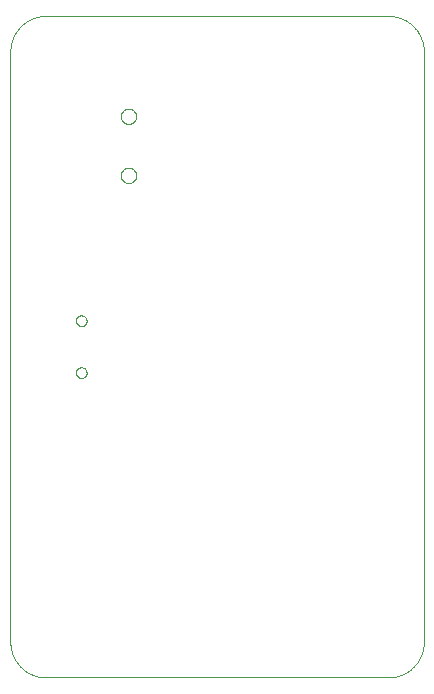
<source format=gbp>
G04 EAGLE Gerber RS-274X export*
G75*
%MOMM*%
%FSLAX35Y35*%
%LPD*%
%INsolder_paste_bottom*%
%IPPOS*%
%AMOC8*
5,1,8,0,0,1.08239X$1,22.5*%
G01*
%ADD10C,0.010000*%
%ADD11C,0.000000*%


D10*
X-2300000Y17800000D02*
X-2300000Y12800000D01*
X-2300088Y12792751D01*
X-2300350Y12785506D01*
X-2300788Y12778270D01*
X-2301401Y12771046D01*
X-2302187Y12763839D01*
X-2303148Y12756653D01*
X-2304282Y12749493D01*
X-2305589Y12742362D01*
X-2307068Y12735265D01*
X-2308717Y12728205D01*
X-2310537Y12721188D01*
X-2312526Y12714216D01*
X-2314683Y12707295D01*
X-2317006Y12700428D01*
X-2319495Y12693619D01*
X-2322148Y12686872D01*
X-2324962Y12680191D01*
X-2327938Y12673580D01*
X-2331072Y12667043D01*
X-2334363Y12660583D01*
X-2337810Y12654205D01*
X-2341409Y12647912D01*
X-2345160Y12641708D01*
X-2349059Y12635596D01*
X-2353105Y12629581D01*
X-2357295Y12623664D01*
X-2361627Y12617851D01*
X-2366098Y12612144D01*
X-2370705Y12606547D01*
X-2375447Y12601063D01*
X-2380319Y12595695D01*
X-2385320Y12590447D01*
X-2390447Y12585320D01*
X-2395695Y12580319D01*
X-2401063Y12575447D01*
X-2406547Y12570705D01*
X-2412144Y12566098D01*
X-2417851Y12561627D01*
X-2423664Y12557295D01*
X-2429581Y12553105D01*
X-2435596Y12549059D01*
X-2441708Y12545160D01*
X-2447912Y12541409D01*
X-2454205Y12537810D01*
X-2460583Y12534363D01*
X-2467043Y12531072D01*
X-2473580Y12527938D01*
X-2480191Y12524962D01*
X-2486872Y12522148D01*
X-2493619Y12519495D01*
X-2500428Y12517006D01*
X-2507295Y12514683D01*
X-2514216Y12512526D01*
X-2521188Y12510537D01*
X-2528205Y12508717D01*
X-2535265Y12507068D01*
X-2542362Y12505589D01*
X-2549493Y12504282D01*
X-2556653Y12503148D01*
X-2563839Y12502187D01*
X-2571046Y12501401D01*
X-2578270Y12500788D01*
X-2585506Y12500350D01*
X-2592751Y12500088D01*
X-2600000Y12500000D01*
X-5500000Y12500000D01*
X-5507249Y12500088D01*
X-5514494Y12500350D01*
X-5521730Y12500788D01*
X-5528954Y12501401D01*
X-5536161Y12502187D01*
X-5543347Y12503148D01*
X-5550507Y12504282D01*
X-5557638Y12505589D01*
X-5564735Y12507068D01*
X-5571795Y12508717D01*
X-5578812Y12510537D01*
X-5585784Y12512526D01*
X-5592705Y12514683D01*
X-5599572Y12517006D01*
X-5606381Y12519495D01*
X-5613128Y12522148D01*
X-5619809Y12524962D01*
X-5626420Y12527938D01*
X-5632957Y12531072D01*
X-5639417Y12534363D01*
X-5645795Y12537810D01*
X-5652088Y12541409D01*
X-5658292Y12545160D01*
X-5664404Y12549059D01*
X-5670419Y12553105D01*
X-5676336Y12557295D01*
X-5682149Y12561627D01*
X-5687856Y12566098D01*
X-5693453Y12570705D01*
X-5698937Y12575447D01*
X-5704305Y12580319D01*
X-5709553Y12585320D01*
X-5714680Y12590447D01*
X-5719681Y12595695D01*
X-5724553Y12601063D01*
X-5729295Y12606547D01*
X-5733902Y12612144D01*
X-5738373Y12617851D01*
X-5742705Y12623664D01*
X-5746895Y12629581D01*
X-5750941Y12635596D01*
X-5754840Y12641708D01*
X-5758591Y12647912D01*
X-5762190Y12654205D01*
X-5765637Y12660583D01*
X-5768928Y12667043D01*
X-5772062Y12673580D01*
X-5775038Y12680191D01*
X-5777852Y12686872D01*
X-5780505Y12693619D01*
X-5782994Y12700428D01*
X-5785317Y12707295D01*
X-5787474Y12714216D01*
X-5789463Y12721188D01*
X-5791283Y12728205D01*
X-5792932Y12735265D01*
X-5794411Y12742362D01*
X-5795718Y12749493D01*
X-5796852Y12756653D01*
X-5797813Y12763839D01*
X-5798599Y12771046D01*
X-5799212Y12778270D01*
X-5799650Y12785506D01*
X-5799912Y12792751D01*
X-5800000Y12800000D01*
X-5800000Y17800000D01*
X-5799912Y17807249D01*
X-5799650Y17814494D01*
X-5799212Y17821730D01*
X-5798599Y17828954D01*
X-5797813Y17836161D01*
X-5796852Y17843347D01*
X-5795718Y17850507D01*
X-5794411Y17857638D01*
X-5792932Y17864735D01*
X-5791283Y17871795D01*
X-5789463Y17878812D01*
X-5787474Y17885784D01*
X-5785317Y17892705D01*
X-5782994Y17899572D01*
X-5780505Y17906381D01*
X-5777852Y17913128D01*
X-5775038Y17919809D01*
X-5772062Y17926420D01*
X-5768928Y17932957D01*
X-5765637Y17939417D01*
X-5762190Y17945795D01*
X-5758591Y17952088D01*
X-5754840Y17958292D01*
X-5750941Y17964404D01*
X-5746895Y17970419D01*
X-5742705Y17976336D01*
X-5738373Y17982149D01*
X-5733902Y17987856D01*
X-5729295Y17993453D01*
X-5724553Y17998937D01*
X-5719681Y18004305D01*
X-5714680Y18009553D01*
X-5709553Y18014680D01*
X-5704305Y18019681D01*
X-5698937Y18024553D01*
X-5693453Y18029295D01*
X-5687856Y18033902D01*
X-5682149Y18038373D01*
X-5676336Y18042705D01*
X-5670419Y18046895D01*
X-5664404Y18050941D01*
X-5658292Y18054840D01*
X-5652088Y18058591D01*
X-5645795Y18062190D01*
X-5639417Y18065637D01*
X-5632957Y18068928D01*
X-5626420Y18072062D01*
X-5619809Y18075038D01*
X-5613128Y18077852D01*
X-5606381Y18080505D01*
X-5599572Y18082994D01*
X-5592705Y18085317D01*
X-5585784Y18087474D01*
X-5578812Y18089463D01*
X-5571795Y18091283D01*
X-5564735Y18092932D01*
X-5557638Y18094411D01*
X-5550507Y18095718D01*
X-5543347Y18096852D01*
X-5536161Y18097813D01*
X-5528954Y18098599D01*
X-5521730Y18099212D01*
X-5514494Y18099650D01*
X-5507249Y18099912D01*
X-5500000Y18100000D01*
X-2600000Y18100000D01*
X-2592751Y18099912D01*
X-2585506Y18099650D01*
X-2578270Y18099212D01*
X-2571046Y18098599D01*
X-2563839Y18097813D01*
X-2556653Y18096852D01*
X-2549493Y18095718D01*
X-2542362Y18094411D01*
X-2535265Y18092932D01*
X-2528205Y18091283D01*
X-2521188Y18089463D01*
X-2514216Y18087474D01*
X-2507295Y18085317D01*
X-2500428Y18082994D01*
X-2493619Y18080505D01*
X-2486872Y18077852D01*
X-2480191Y18075038D01*
X-2473580Y18072062D01*
X-2467043Y18068928D01*
X-2460583Y18065637D01*
X-2454205Y18062190D01*
X-2447912Y18058591D01*
X-2441708Y18054840D01*
X-2435596Y18050941D01*
X-2429581Y18046895D01*
X-2423664Y18042705D01*
X-2417851Y18038373D01*
X-2412144Y18033902D01*
X-2406547Y18029295D01*
X-2401063Y18024553D01*
X-2395695Y18019681D01*
X-2390447Y18014680D01*
X-2385320Y18009553D01*
X-2380319Y18004305D01*
X-2375447Y17998937D01*
X-2370705Y17993453D01*
X-2366098Y17987856D01*
X-2361627Y17982149D01*
X-2357295Y17976336D01*
X-2353105Y17970419D01*
X-2349059Y17964404D01*
X-2345160Y17958292D01*
X-2341409Y17952088D01*
X-2337810Y17945795D01*
X-2334363Y17939417D01*
X-2331072Y17932957D01*
X-2327938Y17926420D01*
X-2324962Y17919809D01*
X-2322148Y17913128D01*
X-2319495Y17906381D01*
X-2317006Y17899572D01*
X-2314683Y17892705D01*
X-2312526Y17885784D01*
X-2310537Y17878812D01*
X-2308717Y17871795D01*
X-2307068Y17864735D01*
X-2305589Y17857638D01*
X-2304282Y17850507D01*
X-2303148Y17843347D01*
X-2302187Y17836161D01*
X-2301401Y17828954D01*
X-2300788Y17821730D01*
X-2300350Y17814494D01*
X-2300088Y17807249D01*
X-2300000Y17800000D01*
D11*
X-5245000Y15080000D02*
X-5244986Y15081104D01*
X-5244946Y15082208D01*
X-5244878Y15083310D01*
X-5244783Y15084411D01*
X-5244662Y15085508D01*
X-5244513Y15086603D01*
X-5244337Y15087693D01*
X-5244135Y15088779D01*
X-5243907Y15089860D01*
X-5243651Y15090934D01*
X-5243370Y15092002D01*
X-5243062Y15093063D01*
X-5242729Y15094116D01*
X-5242369Y15095160D01*
X-5241985Y15096195D01*
X-5241575Y15097221D01*
X-5241139Y15098236D01*
X-5240680Y15099240D01*
X-5240195Y15100233D01*
X-5239686Y15101213D01*
X-5239154Y15102180D01*
X-5238598Y15103135D01*
X-5238018Y15104075D01*
X-5237416Y15105001D01*
X-5236791Y15105911D01*
X-5236144Y15106806D01*
X-5235476Y15107685D01*
X-5234785Y15108548D01*
X-5234074Y15109393D01*
X-5233343Y15110220D01*
X-5232591Y15111029D01*
X-5231820Y15111820D01*
X-5231029Y15112591D01*
X-5230220Y15113343D01*
X-5229393Y15114074D01*
X-5228548Y15114785D01*
X-5227685Y15115476D01*
X-5226806Y15116144D01*
X-5225911Y15116791D01*
X-5225001Y15117416D01*
X-5224075Y15118018D01*
X-5223135Y15118598D01*
X-5222180Y15119154D01*
X-5221213Y15119686D01*
X-5220233Y15120195D01*
X-5219240Y15120680D01*
X-5218236Y15121139D01*
X-5217221Y15121575D01*
X-5216195Y15121985D01*
X-5215160Y15122369D01*
X-5214116Y15122729D01*
X-5213063Y15123062D01*
X-5212002Y15123370D01*
X-5210934Y15123651D01*
X-5209860Y15123907D01*
X-5208779Y15124135D01*
X-5207693Y15124337D01*
X-5206603Y15124513D01*
X-5205508Y15124662D01*
X-5204411Y15124783D01*
X-5203310Y15124878D01*
X-5202208Y15124946D01*
X-5201104Y15124986D01*
X-5200000Y15125000D01*
X-5198896Y15124986D01*
X-5197792Y15124946D01*
X-5196690Y15124878D01*
X-5195589Y15124783D01*
X-5194492Y15124662D01*
X-5193397Y15124513D01*
X-5192307Y15124337D01*
X-5191221Y15124135D01*
X-5190140Y15123907D01*
X-5189066Y15123651D01*
X-5187998Y15123370D01*
X-5186937Y15123062D01*
X-5185884Y15122729D01*
X-5184840Y15122369D01*
X-5183805Y15121985D01*
X-5182779Y15121575D01*
X-5181764Y15121139D01*
X-5180760Y15120680D01*
X-5179767Y15120195D01*
X-5178787Y15119686D01*
X-5177820Y15119154D01*
X-5176865Y15118598D01*
X-5175925Y15118018D01*
X-5174999Y15117416D01*
X-5174089Y15116791D01*
X-5173194Y15116144D01*
X-5172315Y15115476D01*
X-5171452Y15114785D01*
X-5170607Y15114074D01*
X-5169780Y15113343D01*
X-5168971Y15112591D01*
X-5168180Y15111820D01*
X-5167409Y15111029D01*
X-5166657Y15110220D01*
X-5165926Y15109393D01*
X-5165215Y15108548D01*
X-5164524Y15107685D01*
X-5163856Y15106806D01*
X-5163209Y15105911D01*
X-5162584Y15105001D01*
X-5161982Y15104075D01*
X-5161402Y15103135D01*
X-5160846Y15102180D01*
X-5160314Y15101213D01*
X-5159805Y15100233D01*
X-5159320Y15099240D01*
X-5158861Y15098236D01*
X-5158425Y15097221D01*
X-5158015Y15096195D01*
X-5157631Y15095160D01*
X-5157271Y15094116D01*
X-5156938Y15093063D01*
X-5156630Y15092002D01*
X-5156349Y15090934D01*
X-5156093Y15089860D01*
X-5155865Y15088779D01*
X-5155663Y15087693D01*
X-5155487Y15086603D01*
X-5155338Y15085508D01*
X-5155217Y15084411D01*
X-5155122Y15083310D01*
X-5155054Y15082208D01*
X-5155014Y15081104D01*
X-5155000Y15080000D01*
X-5155014Y15078896D01*
X-5155054Y15077792D01*
X-5155122Y15076690D01*
X-5155217Y15075589D01*
X-5155338Y15074492D01*
X-5155487Y15073397D01*
X-5155663Y15072307D01*
X-5155865Y15071221D01*
X-5156093Y15070140D01*
X-5156349Y15069066D01*
X-5156630Y15067998D01*
X-5156938Y15066937D01*
X-5157271Y15065884D01*
X-5157631Y15064840D01*
X-5158015Y15063805D01*
X-5158425Y15062779D01*
X-5158861Y15061764D01*
X-5159320Y15060760D01*
X-5159805Y15059767D01*
X-5160314Y15058787D01*
X-5160846Y15057820D01*
X-5161402Y15056865D01*
X-5161982Y15055925D01*
X-5162584Y15054999D01*
X-5163209Y15054089D01*
X-5163856Y15053194D01*
X-5164524Y15052315D01*
X-5165215Y15051452D01*
X-5165926Y15050607D01*
X-5166657Y15049780D01*
X-5167409Y15048971D01*
X-5168180Y15048180D01*
X-5168971Y15047409D01*
X-5169780Y15046657D01*
X-5170607Y15045926D01*
X-5171452Y15045215D01*
X-5172315Y15044524D01*
X-5173194Y15043856D01*
X-5174089Y15043209D01*
X-5174999Y15042584D01*
X-5175925Y15041982D01*
X-5176865Y15041402D01*
X-5177820Y15040846D01*
X-5178787Y15040314D01*
X-5179767Y15039805D01*
X-5180760Y15039320D01*
X-5181764Y15038861D01*
X-5182779Y15038425D01*
X-5183805Y15038015D01*
X-5184840Y15037631D01*
X-5185884Y15037271D01*
X-5186937Y15036938D01*
X-5187998Y15036630D01*
X-5189066Y15036349D01*
X-5190140Y15036093D01*
X-5191221Y15035865D01*
X-5192307Y15035663D01*
X-5193397Y15035487D01*
X-5194492Y15035338D01*
X-5195589Y15035217D01*
X-5196690Y15035122D01*
X-5197792Y15035054D01*
X-5198896Y15035014D01*
X-5200000Y15035000D01*
X-5201104Y15035014D01*
X-5202208Y15035054D01*
X-5203310Y15035122D01*
X-5204411Y15035217D01*
X-5205508Y15035338D01*
X-5206603Y15035487D01*
X-5207693Y15035663D01*
X-5208779Y15035865D01*
X-5209860Y15036093D01*
X-5210934Y15036349D01*
X-5212002Y15036630D01*
X-5213063Y15036938D01*
X-5214116Y15037271D01*
X-5215160Y15037631D01*
X-5216195Y15038015D01*
X-5217221Y15038425D01*
X-5218236Y15038861D01*
X-5219240Y15039320D01*
X-5220233Y15039805D01*
X-5221213Y15040314D01*
X-5222180Y15040846D01*
X-5223135Y15041402D01*
X-5224075Y15041982D01*
X-5225001Y15042584D01*
X-5225911Y15043209D01*
X-5226806Y15043856D01*
X-5227685Y15044524D01*
X-5228548Y15045215D01*
X-5229393Y15045926D01*
X-5230220Y15046657D01*
X-5231029Y15047409D01*
X-5231820Y15048180D01*
X-5232591Y15048971D01*
X-5233343Y15049780D01*
X-5234074Y15050607D01*
X-5234785Y15051452D01*
X-5235476Y15052315D01*
X-5236144Y15053194D01*
X-5236791Y15054089D01*
X-5237416Y15054999D01*
X-5238018Y15055925D01*
X-5238598Y15056865D01*
X-5239154Y15057820D01*
X-5239686Y15058787D01*
X-5240195Y15059767D01*
X-5240680Y15060760D01*
X-5241139Y15061764D01*
X-5241575Y15062779D01*
X-5241985Y15063805D01*
X-5242369Y15064840D01*
X-5242729Y15065884D01*
X-5243062Y15066937D01*
X-5243370Y15067998D01*
X-5243651Y15069066D01*
X-5243907Y15070140D01*
X-5244135Y15071221D01*
X-5244337Y15072307D01*
X-5244513Y15073397D01*
X-5244662Y15074492D01*
X-5244783Y15075589D01*
X-5244878Y15076690D01*
X-5244946Y15077792D01*
X-5244986Y15078896D01*
X-5245000Y15080000D01*
X-5245000Y15520000D02*
X-5244986Y15521104D01*
X-5244946Y15522208D01*
X-5244878Y15523310D01*
X-5244783Y15524411D01*
X-5244662Y15525508D01*
X-5244513Y15526603D01*
X-5244337Y15527693D01*
X-5244135Y15528779D01*
X-5243907Y15529860D01*
X-5243651Y15530934D01*
X-5243370Y15532002D01*
X-5243062Y15533063D01*
X-5242729Y15534116D01*
X-5242369Y15535160D01*
X-5241985Y15536195D01*
X-5241575Y15537221D01*
X-5241139Y15538236D01*
X-5240680Y15539240D01*
X-5240195Y15540233D01*
X-5239686Y15541213D01*
X-5239154Y15542180D01*
X-5238598Y15543135D01*
X-5238018Y15544075D01*
X-5237416Y15545001D01*
X-5236791Y15545911D01*
X-5236144Y15546806D01*
X-5235476Y15547685D01*
X-5234785Y15548548D01*
X-5234074Y15549393D01*
X-5233343Y15550220D01*
X-5232591Y15551029D01*
X-5231820Y15551820D01*
X-5231029Y15552591D01*
X-5230220Y15553343D01*
X-5229393Y15554074D01*
X-5228548Y15554785D01*
X-5227685Y15555476D01*
X-5226806Y15556144D01*
X-5225911Y15556791D01*
X-5225001Y15557416D01*
X-5224075Y15558018D01*
X-5223135Y15558598D01*
X-5222180Y15559154D01*
X-5221213Y15559686D01*
X-5220233Y15560195D01*
X-5219240Y15560680D01*
X-5218236Y15561139D01*
X-5217221Y15561575D01*
X-5216195Y15561985D01*
X-5215160Y15562369D01*
X-5214116Y15562729D01*
X-5213063Y15563062D01*
X-5212002Y15563370D01*
X-5210934Y15563651D01*
X-5209860Y15563907D01*
X-5208779Y15564135D01*
X-5207693Y15564337D01*
X-5206603Y15564513D01*
X-5205508Y15564662D01*
X-5204411Y15564783D01*
X-5203310Y15564878D01*
X-5202208Y15564946D01*
X-5201104Y15564986D01*
X-5200000Y15565000D01*
X-5198896Y15564986D01*
X-5197792Y15564946D01*
X-5196690Y15564878D01*
X-5195589Y15564783D01*
X-5194492Y15564662D01*
X-5193397Y15564513D01*
X-5192307Y15564337D01*
X-5191221Y15564135D01*
X-5190140Y15563907D01*
X-5189066Y15563651D01*
X-5187998Y15563370D01*
X-5186937Y15563062D01*
X-5185884Y15562729D01*
X-5184840Y15562369D01*
X-5183805Y15561985D01*
X-5182779Y15561575D01*
X-5181764Y15561139D01*
X-5180760Y15560680D01*
X-5179767Y15560195D01*
X-5178787Y15559686D01*
X-5177820Y15559154D01*
X-5176865Y15558598D01*
X-5175925Y15558018D01*
X-5174999Y15557416D01*
X-5174089Y15556791D01*
X-5173194Y15556144D01*
X-5172315Y15555476D01*
X-5171452Y15554785D01*
X-5170607Y15554074D01*
X-5169780Y15553343D01*
X-5168971Y15552591D01*
X-5168180Y15551820D01*
X-5167409Y15551029D01*
X-5166657Y15550220D01*
X-5165926Y15549393D01*
X-5165215Y15548548D01*
X-5164524Y15547685D01*
X-5163856Y15546806D01*
X-5163209Y15545911D01*
X-5162584Y15545001D01*
X-5161982Y15544075D01*
X-5161402Y15543135D01*
X-5160846Y15542180D01*
X-5160314Y15541213D01*
X-5159805Y15540233D01*
X-5159320Y15539240D01*
X-5158861Y15538236D01*
X-5158425Y15537221D01*
X-5158015Y15536195D01*
X-5157631Y15535160D01*
X-5157271Y15534116D01*
X-5156938Y15533063D01*
X-5156630Y15532002D01*
X-5156349Y15530934D01*
X-5156093Y15529860D01*
X-5155865Y15528779D01*
X-5155663Y15527693D01*
X-5155487Y15526603D01*
X-5155338Y15525508D01*
X-5155217Y15524411D01*
X-5155122Y15523310D01*
X-5155054Y15522208D01*
X-5155014Y15521104D01*
X-5155000Y15520000D01*
X-5155014Y15518896D01*
X-5155054Y15517792D01*
X-5155122Y15516690D01*
X-5155217Y15515589D01*
X-5155338Y15514492D01*
X-5155487Y15513397D01*
X-5155663Y15512307D01*
X-5155865Y15511221D01*
X-5156093Y15510140D01*
X-5156349Y15509066D01*
X-5156630Y15507998D01*
X-5156938Y15506937D01*
X-5157271Y15505884D01*
X-5157631Y15504840D01*
X-5158015Y15503805D01*
X-5158425Y15502779D01*
X-5158861Y15501764D01*
X-5159320Y15500760D01*
X-5159805Y15499767D01*
X-5160314Y15498787D01*
X-5160846Y15497820D01*
X-5161402Y15496865D01*
X-5161982Y15495925D01*
X-5162584Y15494999D01*
X-5163209Y15494089D01*
X-5163856Y15493194D01*
X-5164524Y15492315D01*
X-5165215Y15491452D01*
X-5165926Y15490607D01*
X-5166657Y15489780D01*
X-5167409Y15488971D01*
X-5168180Y15488180D01*
X-5168971Y15487409D01*
X-5169780Y15486657D01*
X-5170607Y15485926D01*
X-5171452Y15485215D01*
X-5172315Y15484524D01*
X-5173194Y15483856D01*
X-5174089Y15483209D01*
X-5174999Y15482584D01*
X-5175925Y15481982D01*
X-5176865Y15481402D01*
X-5177820Y15480846D01*
X-5178787Y15480314D01*
X-5179767Y15479805D01*
X-5180760Y15479320D01*
X-5181764Y15478861D01*
X-5182779Y15478425D01*
X-5183805Y15478015D01*
X-5184840Y15477631D01*
X-5185884Y15477271D01*
X-5186937Y15476938D01*
X-5187998Y15476630D01*
X-5189066Y15476349D01*
X-5190140Y15476093D01*
X-5191221Y15475865D01*
X-5192307Y15475663D01*
X-5193397Y15475487D01*
X-5194492Y15475338D01*
X-5195589Y15475217D01*
X-5196690Y15475122D01*
X-5197792Y15475054D01*
X-5198896Y15475014D01*
X-5200000Y15475000D01*
X-5201104Y15475014D01*
X-5202208Y15475054D01*
X-5203310Y15475122D01*
X-5204411Y15475217D01*
X-5205508Y15475338D01*
X-5206603Y15475487D01*
X-5207693Y15475663D01*
X-5208779Y15475865D01*
X-5209860Y15476093D01*
X-5210934Y15476349D01*
X-5212002Y15476630D01*
X-5213063Y15476938D01*
X-5214116Y15477271D01*
X-5215160Y15477631D01*
X-5216195Y15478015D01*
X-5217221Y15478425D01*
X-5218236Y15478861D01*
X-5219240Y15479320D01*
X-5220233Y15479805D01*
X-5221213Y15480314D01*
X-5222180Y15480846D01*
X-5223135Y15481402D01*
X-5224075Y15481982D01*
X-5225001Y15482584D01*
X-5225911Y15483209D01*
X-5226806Y15483856D01*
X-5227685Y15484524D01*
X-5228548Y15485215D01*
X-5229393Y15485926D01*
X-5230220Y15486657D01*
X-5231029Y15487409D01*
X-5231820Y15488180D01*
X-5232591Y15488971D01*
X-5233343Y15489780D01*
X-5234074Y15490607D01*
X-5234785Y15491452D01*
X-5235476Y15492315D01*
X-5236144Y15493194D01*
X-5236791Y15494089D01*
X-5237416Y15494999D01*
X-5238018Y15495925D01*
X-5238598Y15496865D01*
X-5239154Y15497820D01*
X-5239686Y15498787D01*
X-5240195Y15499767D01*
X-5240680Y15500760D01*
X-5241139Y15501764D01*
X-5241575Y15502779D01*
X-5241985Y15503805D01*
X-5242369Y15504840D01*
X-5242729Y15505884D01*
X-5243062Y15506937D01*
X-5243370Y15507998D01*
X-5243651Y15509066D01*
X-5243907Y15510140D01*
X-5244135Y15511221D01*
X-5244337Y15512307D01*
X-5244513Y15513397D01*
X-5244662Y15514492D01*
X-5244783Y15515589D01*
X-5244878Y15516690D01*
X-5244946Y15517792D01*
X-5244986Y15518896D01*
X-5245000Y15520000D01*
X-4865000Y17250000D02*
X-4864980Y17251595D01*
X-4864922Y17253189D01*
X-4864824Y17254782D01*
X-4864687Y17256371D01*
X-4864511Y17257957D01*
X-4864296Y17259537D01*
X-4864043Y17261113D01*
X-4863751Y17262681D01*
X-4863421Y17264242D01*
X-4863052Y17265794D01*
X-4862645Y17267336D01*
X-4862201Y17268869D01*
X-4861719Y17270389D01*
X-4861200Y17271898D01*
X-4860645Y17273393D01*
X-4860052Y17274874D01*
X-4859424Y17276341D01*
X-4858759Y17277791D01*
X-4858060Y17279225D01*
X-4857325Y17280641D01*
X-4856556Y17282038D01*
X-4855752Y17283417D01*
X-4854915Y17284775D01*
X-4854046Y17286112D01*
X-4853143Y17287428D01*
X-4852208Y17288720D01*
X-4851243Y17289990D01*
X-4850246Y17291236D01*
X-4849219Y17292456D01*
X-4848162Y17293651D01*
X-4847076Y17294820D01*
X-4845962Y17295962D01*
X-4844820Y17297076D01*
X-4843651Y17298162D01*
X-4842456Y17299219D01*
X-4841236Y17300246D01*
X-4839990Y17301243D01*
X-4838720Y17302208D01*
X-4837428Y17303143D01*
X-4836112Y17304046D01*
X-4834775Y17304915D01*
X-4833417Y17305752D01*
X-4832038Y17306556D01*
X-4830641Y17307325D01*
X-4829225Y17308060D01*
X-4827791Y17308759D01*
X-4826341Y17309424D01*
X-4824874Y17310052D01*
X-4823393Y17310645D01*
X-4821898Y17311200D01*
X-4820389Y17311719D01*
X-4818869Y17312201D01*
X-4817336Y17312645D01*
X-4815794Y17313052D01*
X-4814242Y17313421D01*
X-4812681Y17313751D01*
X-4811113Y17314043D01*
X-4809537Y17314296D01*
X-4807957Y17314511D01*
X-4806371Y17314687D01*
X-4804782Y17314824D01*
X-4803189Y17314922D01*
X-4801595Y17314980D01*
X-4800000Y17315000D01*
X-4798405Y17314980D01*
X-4796811Y17314922D01*
X-4795218Y17314824D01*
X-4793629Y17314687D01*
X-4792043Y17314511D01*
X-4790463Y17314296D01*
X-4788887Y17314043D01*
X-4787319Y17313751D01*
X-4785758Y17313421D01*
X-4784206Y17313052D01*
X-4782664Y17312645D01*
X-4781131Y17312201D01*
X-4779611Y17311719D01*
X-4778102Y17311200D01*
X-4776607Y17310645D01*
X-4775126Y17310052D01*
X-4773659Y17309424D01*
X-4772209Y17308759D01*
X-4770775Y17308060D01*
X-4769359Y17307325D01*
X-4767962Y17306556D01*
X-4766583Y17305752D01*
X-4765225Y17304915D01*
X-4763888Y17304046D01*
X-4762572Y17303143D01*
X-4761280Y17302208D01*
X-4760010Y17301243D01*
X-4758764Y17300246D01*
X-4757544Y17299219D01*
X-4756349Y17298162D01*
X-4755180Y17297076D01*
X-4754038Y17295962D01*
X-4752924Y17294820D01*
X-4751838Y17293651D01*
X-4750781Y17292456D01*
X-4749754Y17291236D01*
X-4748757Y17289990D01*
X-4747792Y17288720D01*
X-4746857Y17287428D01*
X-4745954Y17286112D01*
X-4745085Y17284775D01*
X-4744248Y17283417D01*
X-4743444Y17282038D01*
X-4742675Y17280641D01*
X-4741940Y17279225D01*
X-4741241Y17277791D01*
X-4740576Y17276341D01*
X-4739948Y17274874D01*
X-4739355Y17273393D01*
X-4738800Y17271898D01*
X-4738281Y17270389D01*
X-4737799Y17268869D01*
X-4737355Y17267336D01*
X-4736948Y17265794D01*
X-4736579Y17264242D01*
X-4736249Y17262681D01*
X-4735957Y17261113D01*
X-4735704Y17259537D01*
X-4735489Y17257957D01*
X-4735313Y17256371D01*
X-4735176Y17254782D01*
X-4735078Y17253189D01*
X-4735020Y17251595D01*
X-4735000Y17250000D01*
X-4735020Y17248405D01*
X-4735078Y17246811D01*
X-4735176Y17245218D01*
X-4735313Y17243629D01*
X-4735489Y17242043D01*
X-4735704Y17240463D01*
X-4735957Y17238887D01*
X-4736249Y17237319D01*
X-4736579Y17235758D01*
X-4736948Y17234206D01*
X-4737355Y17232664D01*
X-4737799Y17231131D01*
X-4738281Y17229611D01*
X-4738800Y17228102D01*
X-4739355Y17226607D01*
X-4739948Y17225126D01*
X-4740576Y17223659D01*
X-4741241Y17222209D01*
X-4741940Y17220775D01*
X-4742675Y17219359D01*
X-4743444Y17217962D01*
X-4744248Y17216583D01*
X-4745085Y17215225D01*
X-4745954Y17213888D01*
X-4746857Y17212572D01*
X-4747792Y17211280D01*
X-4748757Y17210010D01*
X-4749754Y17208764D01*
X-4750781Y17207544D01*
X-4751838Y17206349D01*
X-4752924Y17205180D01*
X-4754038Y17204038D01*
X-4755180Y17202924D01*
X-4756349Y17201838D01*
X-4757544Y17200781D01*
X-4758764Y17199754D01*
X-4760010Y17198757D01*
X-4761280Y17197792D01*
X-4762572Y17196857D01*
X-4763888Y17195954D01*
X-4765225Y17195085D01*
X-4766583Y17194248D01*
X-4767962Y17193444D01*
X-4769359Y17192675D01*
X-4770775Y17191940D01*
X-4772209Y17191241D01*
X-4773659Y17190576D01*
X-4775126Y17189948D01*
X-4776607Y17189355D01*
X-4778102Y17188800D01*
X-4779611Y17188281D01*
X-4781131Y17187799D01*
X-4782664Y17187355D01*
X-4784206Y17186948D01*
X-4785758Y17186579D01*
X-4787319Y17186249D01*
X-4788887Y17185957D01*
X-4790463Y17185704D01*
X-4792043Y17185489D01*
X-4793629Y17185313D01*
X-4795218Y17185176D01*
X-4796811Y17185078D01*
X-4798405Y17185020D01*
X-4800000Y17185000D01*
X-4801595Y17185020D01*
X-4803189Y17185078D01*
X-4804782Y17185176D01*
X-4806371Y17185313D01*
X-4807957Y17185489D01*
X-4809537Y17185704D01*
X-4811113Y17185957D01*
X-4812681Y17186249D01*
X-4814242Y17186579D01*
X-4815794Y17186948D01*
X-4817336Y17187355D01*
X-4818869Y17187799D01*
X-4820389Y17188281D01*
X-4821898Y17188800D01*
X-4823393Y17189355D01*
X-4824874Y17189948D01*
X-4826341Y17190576D01*
X-4827791Y17191241D01*
X-4829225Y17191940D01*
X-4830641Y17192675D01*
X-4832038Y17193444D01*
X-4833417Y17194248D01*
X-4834775Y17195085D01*
X-4836112Y17195954D01*
X-4837428Y17196857D01*
X-4838720Y17197792D01*
X-4839990Y17198757D01*
X-4841236Y17199754D01*
X-4842456Y17200781D01*
X-4843651Y17201838D01*
X-4844820Y17202924D01*
X-4845962Y17204038D01*
X-4847076Y17205180D01*
X-4848162Y17206349D01*
X-4849219Y17207544D01*
X-4850246Y17208764D01*
X-4851243Y17210010D01*
X-4852208Y17211280D01*
X-4853143Y17212572D01*
X-4854046Y17213888D01*
X-4854915Y17215225D01*
X-4855752Y17216583D01*
X-4856556Y17217962D01*
X-4857325Y17219359D01*
X-4858060Y17220775D01*
X-4858759Y17222209D01*
X-4859424Y17223659D01*
X-4860052Y17225126D01*
X-4860645Y17226607D01*
X-4861200Y17228102D01*
X-4861719Y17229611D01*
X-4862201Y17231131D01*
X-4862645Y17232664D01*
X-4863052Y17234206D01*
X-4863421Y17235758D01*
X-4863751Y17237319D01*
X-4864043Y17238887D01*
X-4864296Y17240463D01*
X-4864511Y17242043D01*
X-4864687Y17243629D01*
X-4864824Y17245218D01*
X-4864922Y17246811D01*
X-4864980Y17248405D01*
X-4865000Y17250000D01*
X-4865000Y16750000D02*
X-4864980Y16751595D01*
X-4864922Y16753189D01*
X-4864824Y16754782D01*
X-4864687Y16756371D01*
X-4864511Y16757957D01*
X-4864296Y16759537D01*
X-4864043Y16761113D01*
X-4863751Y16762681D01*
X-4863421Y16764242D01*
X-4863052Y16765794D01*
X-4862645Y16767336D01*
X-4862201Y16768869D01*
X-4861719Y16770389D01*
X-4861200Y16771898D01*
X-4860645Y16773393D01*
X-4860052Y16774874D01*
X-4859424Y16776341D01*
X-4858759Y16777791D01*
X-4858060Y16779225D01*
X-4857325Y16780641D01*
X-4856556Y16782038D01*
X-4855752Y16783417D01*
X-4854915Y16784775D01*
X-4854046Y16786112D01*
X-4853143Y16787428D01*
X-4852208Y16788720D01*
X-4851243Y16789990D01*
X-4850246Y16791236D01*
X-4849219Y16792456D01*
X-4848162Y16793651D01*
X-4847076Y16794820D01*
X-4845962Y16795962D01*
X-4844820Y16797076D01*
X-4843651Y16798162D01*
X-4842456Y16799219D01*
X-4841236Y16800246D01*
X-4839990Y16801243D01*
X-4838720Y16802208D01*
X-4837428Y16803143D01*
X-4836112Y16804046D01*
X-4834775Y16804915D01*
X-4833417Y16805752D01*
X-4832038Y16806556D01*
X-4830641Y16807325D01*
X-4829225Y16808060D01*
X-4827791Y16808759D01*
X-4826341Y16809424D01*
X-4824874Y16810052D01*
X-4823393Y16810645D01*
X-4821898Y16811200D01*
X-4820389Y16811719D01*
X-4818869Y16812201D01*
X-4817336Y16812645D01*
X-4815794Y16813052D01*
X-4814242Y16813421D01*
X-4812681Y16813751D01*
X-4811113Y16814043D01*
X-4809537Y16814296D01*
X-4807957Y16814511D01*
X-4806371Y16814687D01*
X-4804782Y16814824D01*
X-4803189Y16814922D01*
X-4801595Y16814980D01*
X-4800000Y16815000D01*
X-4798405Y16814980D01*
X-4796811Y16814922D01*
X-4795218Y16814824D01*
X-4793629Y16814687D01*
X-4792043Y16814511D01*
X-4790463Y16814296D01*
X-4788887Y16814043D01*
X-4787319Y16813751D01*
X-4785758Y16813421D01*
X-4784206Y16813052D01*
X-4782664Y16812645D01*
X-4781131Y16812201D01*
X-4779611Y16811719D01*
X-4778102Y16811200D01*
X-4776607Y16810645D01*
X-4775126Y16810052D01*
X-4773659Y16809424D01*
X-4772209Y16808759D01*
X-4770775Y16808060D01*
X-4769359Y16807325D01*
X-4767962Y16806556D01*
X-4766583Y16805752D01*
X-4765225Y16804915D01*
X-4763888Y16804046D01*
X-4762572Y16803143D01*
X-4761280Y16802208D01*
X-4760010Y16801243D01*
X-4758764Y16800246D01*
X-4757544Y16799219D01*
X-4756349Y16798162D01*
X-4755180Y16797076D01*
X-4754038Y16795962D01*
X-4752924Y16794820D01*
X-4751838Y16793651D01*
X-4750781Y16792456D01*
X-4749754Y16791236D01*
X-4748757Y16789990D01*
X-4747792Y16788720D01*
X-4746857Y16787428D01*
X-4745954Y16786112D01*
X-4745085Y16784775D01*
X-4744248Y16783417D01*
X-4743444Y16782038D01*
X-4742675Y16780641D01*
X-4741940Y16779225D01*
X-4741241Y16777791D01*
X-4740576Y16776341D01*
X-4739948Y16774874D01*
X-4739355Y16773393D01*
X-4738800Y16771898D01*
X-4738281Y16770389D01*
X-4737799Y16768869D01*
X-4737355Y16767336D01*
X-4736948Y16765794D01*
X-4736579Y16764242D01*
X-4736249Y16762681D01*
X-4735957Y16761113D01*
X-4735704Y16759537D01*
X-4735489Y16757957D01*
X-4735313Y16756371D01*
X-4735176Y16754782D01*
X-4735078Y16753189D01*
X-4735020Y16751595D01*
X-4735000Y16750000D01*
X-4735020Y16748405D01*
X-4735078Y16746811D01*
X-4735176Y16745218D01*
X-4735313Y16743629D01*
X-4735489Y16742043D01*
X-4735704Y16740463D01*
X-4735957Y16738887D01*
X-4736249Y16737319D01*
X-4736579Y16735758D01*
X-4736948Y16734206D01*
X-4737355Y16732664D01*
X-4737799Y16731131D01*
X-4738281Y16729611D01*
X-4738800Y16728102D01*
X-4739355Y16726607D01*
X-4739948Y16725126D01*
X-4740576Y16723659D01*
X-4741241Y16722209D01*
X-4741940Y16720775D01*
X-4742675Y16719359D01*
X-4743444Y16717962D01*
X-4744248Y16716583D01*
X-4745085Y16715225D01*
X-4745954Y16713888D01*
X-4746857Y16712572D01*
X-4747792Y16711280D01*
X-4748757Y16710010D01*
X-4749754Y16708764D01*
X-4750781Y16707544D01*
X-4751838Y16706349D01*
X-4752924Y16705180D01*
X-4754038Y16704038D01*
X-4755180Y16702924D01*
X-4756349Y16701838D01*
X-4757544Y16700781D01*
X-4758764Y16699754D01*
X-4760010Y16698757D01*
X-4761280Y16697792D01*
X-4762572Y16696857D01*
X-4763888Y16695954D01*
X-4765225Y16695085D01*
X-4766583Y16694248D01*
X-4767962Y16693444D01*
X-4769359Y16692675D01*
X-4770775Y16691940D01*
X-4772209Y16691241D01*
X-4773659Y16690576D01*
X-4775126Y16689948D01*
X-4776607Y16689355D01*
X-4778102Y16688800D01*
X-4779611Y16688281D01*
X-4781131Y16687799D01*
X-4782664Y16687355D01*
X-4784206Y16686948D01*
X-4785758Y16686579D01*
X-4787319Y16686249D01*
X-4788887Y16685957D01*
X-4790463Y16685704D01*
X-4792043Y16685489D01*
X-4793629Y16685313D01*
X-4795218Y16685176D01*
X-4796811Y16685078D01*
X-4798405Y16685020D01*
X-4800000Y16685000D01*
X-4801595Y16685020D01*
X-4803189Y16685078D01*
X-4804782Y16685176D01*
X-4806371Y16685313D01*
X-4807957Y16685489D01*
X-4809537Y16685704D01*
X-4811113Y16685957D01*
X-4812681Y16686249D01*
X-4814242Y16686579D01*
X-4815794Y16686948D01*
X-4817336Y16687355D01*
X-4818869Y16687799D01*
X-4820389Y16688281D01*
X-4821898Y16688800D01*
X-4823393Y16689355D01*
X-4824874Y16689948D01*
X-4826341Y16690576D01*
X-4827791Y16691241D01*
X-4829225Y16691940D01*
X-4830641Y16692675D01*
X-4832038Y16693444D01*
X-4833417Y16694248D01*
X-4834775Y16695085D01*
X-4836112Y16695954D01*
X-4837428Y16696857D01*
X-4838720Y16697792D01*
X-4839990Y16698757D01*
X-4841236Y16699754D01*
X-4842456Y16700781D01*
X-4843651Y16701838D01*
X-4844820Y16702924D01*
X-4845962Y16704038D01*
X-4847076Y16705180D01*
X-4848162Y16706349D01*
X-4849219Y16707544D01*
X-4850246Y16708764D01*
X-4851243Y16710010D01*
X-4852208Y16711280D01*
X-4853143Y16712572D01*
X-4854046Y16713888D01*
X-4854915Y16715225D01*
X-4855752Y16716583D01*
X-4856556Y16717962D01*
X-4857325Y16719359D01*
X-4858060Y16720775D01*
X-4858759Y16722209D01*
X-4859424Y16723659D01*
X-4860052Y16725126D01*
X-4860645Y16726607D01*
X-4861200Y16728102D01*
X-4861719Y16729611D01*
X-4862201Y16731131D01*
X-4862645Y16732664D01*
X-4863052Y16734206D01*
X-4863421Y16735758D01*
X-4863751Y16737319D01*
X-4864043Y16738887D01*
X-4864296Y16740463D01*
X-4864511Y16742043D01*
X-4864687Y16743629D01*
X-4864824Y16745218D01*
X-4864922Y16746811D01*
X-4864980Y16748405D01*
X-4865000Y16750000D01*
M02*

</source>
